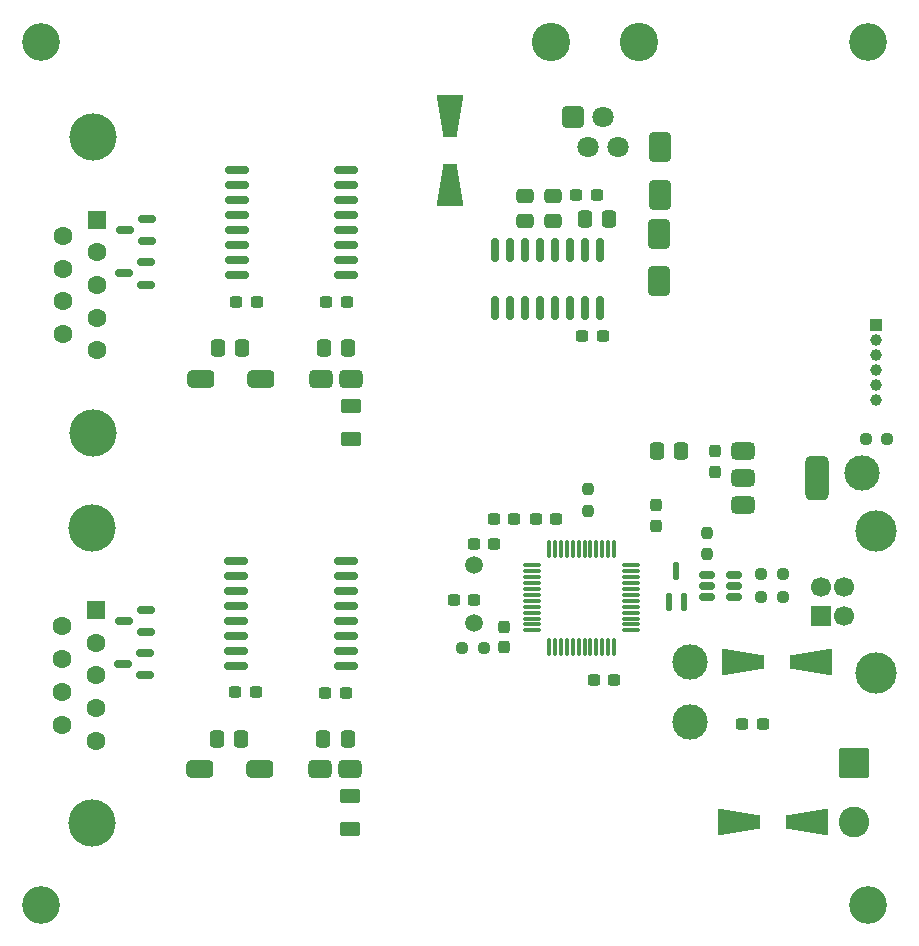
<source format=gbr>
%TF.GenerationSoftware,KiCad,Pcbnew,9.0.0*%
%TF.CreationDate,2025-04-04T18:35:25+03:00*%
%TF.ProjectId,encoder,656e636f-6465-4722-9e6b-696361645f70,rev?*%
%TF.SameCoordinates,Original*%
%TF.FileFunction,Soldermask,Top*%
%TF.FilePolarity,Negative*%
%FSLAX46Y46*%
G04 Gerber Fmt 4.6, Leading zero omitted, Abs format (unit mm)*
G04 Created by KiCad (PCBNEW 9.0.0) date 2025-04-04 18:35:25*
%MOMM*%
%LPD*%
G01*
G04 APERTURE LIST*
G04 Aperture macros list*
%AMRoundRect*
0 Rectangle with rounded corners*
0 $1 Rounding radius*
0 $2 $3 $4 $5 $6 $7 $8 $9 X,Y pos of 4 corners*
0 Add a 4 corners polygon primitive as box body*
4,1,4,$2,$3,$4,$5,$6,$7,$8,$9,$2,$3,0*
0 Add four circle primitives for the rounded corners*
1,1,$1+$1,$2,$3*
1,1,$1+$1,$4,$5*
1,1,$1+$1,$6,$7*
1,1,$1+$1,$8,$9*
0 Add four rect primitives between the rounded corners*
20,1,$1+$1,$2,$3,$4,$5,0*
20,1,$1+$1,$4,$5,$6,$7,0*
20,1,$1+$1,$6,$7,$8,$9,0*
20,1,$1+$1,$8,$9,$2,$3,0*%
%AMOutline4P*
0 Free polygon, 4 corners , with rotation*
0 The origin of the aperture is its center*
0 number of corners: always 4*
0 $1 to $8 corner X, Y*
0 $9 Rotation angle, in degrees counterclockwise*
0 create outline with 4 corners*
4,1,4,$1,$2,$3,$4,$5,$6,$7,$8,$1,$2,$9*%
G04 Aperture macros list end*
%ADD10RoundRect,0.237500X0.237500X-0.300000X0.237500X0.300000X-0.237500X0.300000X-0.237500X-0.300000X0*%
%ADD11RoundRect,0.237500X-0.300000X-0.237500X0.300000X-0.237500X0.300000X0.237500X-0.300000X0.237500X0*%
%ADD12C,3.000000*%
%ADD13RoundRect,0.250000X-0.337500X-0.475000X0.337500X-0.475000X0.337500X0.475000X-0.337500X0.475000X0*%
%ADD14RoundRect,0.150000X0.587500X0.150000X-0.587500X0.150000X-0.587500X-0.150000X0.587500X-0.150000X0*%
%ADD15C,3.200000*%
%ADD16RoundRect,0.237500X0.300000X0.237500X-0.300000X0.237500X-0.300000X-0.237500X0.300000X-0.237500X0*%
%ADD17RoundRect,0.375000X-0.625000X-0.375000X0.625000X-0.375000X0.625000X0.375000X-0.625000X0.375000X0*%
%ADD18RoundRect,0.500000X-0.500000X-1.400000X0.500000X-1.400000X0.500000X1.400000X-0.500000X1.400000X0*%
%ADD19RoundRect,0.237500X0.250000X0.237500X-0.250000X0.237500X-0.250000X-0.237500X0.250000X-0.237500X0*%
%ADD20Outline4P,-1.800000X-1.150000X1.800000X-0.550000X1.800000X0.550000X-1.800000X1.150000X90.000000*%
%ADD21Outline4P,-1.800000X-1.150000X1.800000X-0.550000X1.800000X0.550000X-1.800000X1.150000X270.000000*%
%ADD22RoundRect,0.250000X0.475000X-0.337500X0.475000X0.337500X-0.475000X0.337500X-0.475000X-0.337500X0*%
%ADD23RoundRect,0.150000X-0.512500X-0.150000X0.512500X-0.150000X0.512500X0.150000X-0.512500X0.150000X0*%
%ADD24RoundRect,0.250000X0.625000X-0.375000X0.625000X0.375000X-0.625000X0.375000X-0.625000X-0.375000X0*%
%ADD25RoundRect,0.237500X0.237500X-0.250000X0.237500X0.250000X-0.237500X0.250000X-0.237500X-0.250000X0*%
%ADD26RoundRect,0.250000X0.650000X-1.000000X0.650000X1.000000X-0.650000X1.000000X-0.650000X-1.000000X0*%
%ADD27RoundRect,0.150000X0.875000X0.150000X-0.875000X0.150000X-0.875000X-0.150000X0.875000X-0.150000X0*%
%ADD28RoundRect,0.075000X-0.662500X-0.075000X0.662500X-0.075000X0.662500X0.075000X-0.662500X0.075000X0*%
%ADD29RoundRect,0.075000X-0.075000X-0.662500X0.075000X-0.662500X0.075000X0.662500X-0.075000X0.662500X0*%
%ADD30Outline4P,-1.800000X-1.150000X1.800000X-0.550000X1.800000X0.550000X-1.800000X1.150000X0.000000*%
%ADD31Outline4P,-1.800000X-1.150000X1.800000X-0.550000X1.800000X0.550000X-1.800000X1.150000X180.000000*%
%ADD32RoundRect,0.150000X-0.150000X0.825000X-0.150000X-0.825000X0.150000X-0.825000X0.150000X0.825000X0*%
%ADD33R,1.000000X1.000000*%
%ADD34C,1.000000*%
%ADD35RoundRect,0.112500X-0.112500X-0.637500X0.112500X-0.637500X0.112500X0.637500X-0.112500X0.637500X0*%
%ADD36RoundRect,0.250000X-0.475000X0.337500X-0.475000X-0.337500X0.475000X-0.337500X0.475000X0.337500X0*%
%ADD37RoundRect,0.237500X-0.237500X0.300000X-0.237500X-0.300000X0.237500X-0.300000X0.237500X0.300000X0*%
%ADD38RoundRect,0.250000X-0.650000X1.000000X-0.650000X-1.000000X0.650000X-1.000000X0.650000X1.000000X0*%
%ADD39RoundRect,0.237500X-0.237500X0.250000X-0.237500X-0.250000X0.237500X-0.250000X0.237500X0.250000X0*%
%ADD40C,3.250000*%
%ADD41RoundRect,0.250000X-0.650000X-0.650000X0.650000X-0.650000X0.650000X0.650000X-0.650000X0.650000X0*%
%ADD42C,1.800000*%
%ADD43C,1.500000*%
%ADD44RoundRect,0.381000X0.619000X0.381000X-0.619000X0.381000X-0.619000X-0.381000X0.619000X-0.381000X0*%
%ADD45RoundRect,0.381000X0.762000X0.381000X-0.762000X0.381000X-0.762000X-0.381000X0.762000X-0.381000X0*%
%ADD46C,4.000000*%
%ADD47R,1.600000X1.600000*%
%ADD48C,1.600000*%
%ADD49RoundRect,0.250000X-1.050000X1.050000X-1.050000X-1.050000X1.050000X-1.050000X1.050000X1.050000X0*%
%ADD50C,2.600000*%
%ADD51R,1.700000X1.700000*%
%ADD52C,1.700000*%
%ADD53C,3.500000*%
G04 APERTURE END LIST*
D10*
%TO.C,C8*%
X126593600Y-94435000D03*
X126593600Y-92710000D03*
%TD*%
D11*
%TO.C,C11*%
X98596400Y-108556000D03*
X100321400Y-108556000D03*
%TD*%
D12*
%TO.C,TP2*%
X129500000Y-111000000D03*
%TD*%
D13*
%TO.C,C23*%
X89481000Y-79409200D03*
X91556000Y-79409200D03*
%TD*%
D14*
%TO.C,D9*%
X83485100Y-70359100D03*
X83485100Y-68459100D03*
X81610100Y-69409100D03*
%TD*%
D15*
%TO.C,J11*%
X74500000Y-126500000D03*
%TD*%
D16*
%TO.C,C5*%
X111200100Y-100736400D03*
X109475100Y-100736400D03*
%TD*%
D17*
%TO.C,U1*%
X133959600Y-88110000D03*
X133959600Y-90410000D03*
D18*
X140259600Y-90410000D03*
D17*
X133959600Y-92710000D03*
%TD*%
D15*
%TO.C,J5*%
X74500000Y-53500000D03*
%TD*%
D19*
%TO.C,R3*%
X146151600Y-87071200D03*
X144326600Y-87071200D03*
%TD*%
D10*
%TO.C,C2*%
X131572800Y-89849000D03*
X131572800Y-88124000D03*
%TD*%
D20*
%TO.C,D7*%
X109169600Y-65553800D03*
D21*
X109169600Y-59753800D03*
%TD*%
D22*
%TO.C,C17*%
X117847600Y-68583200D03*
X117847600Y-66508200D03*
%TD*%
D12*
%TO.C,TP1*%
X129500000Y-106000000D03*
%TD*%
D23*
%TO.C,U2*%
X130911600Y-98567200D03*
X130911600Y-99517200D03*
X130911600Y-100467200D03*
X133186600Y-100467200D03*
X133186600Y-99517200D03*
X133186600Y-98567200D03*
%TD*%
D24*
%TO.C,F1*%
X100679200Y-120138400D03*
X100679200Y-117338400D03*
%TD*%
%TO.C,F2*%
X100750800Y-87080000D03*
X100750800Y-84280000D03*
%TD*%
D11*
%TO.C,C4*%
X111152600Y-95961200D03*
X112877600Y-95961200D03*
%TD*%
D16*
%TO.C,C15*%
X121556000Y-66398800D03*
X119831000Y-66398800D03*
%TD*%
D25*
%TO.C,R6*%
X120853200Y-93163400D03*
X120853200Y-91338400D03*
%TD*%
D11*
%TO.C,C9*%
X121311500Y-107492800D03*
X123036500Y-107492800D03*
%TD*%
D26*
%TO.C,D5*%
X126848000Y-73728200D03*
X126848000Y-69728200D03*
%TD*%
D27*
%TO.C,U6*%
X100371600Y-73211600D03*
X100371600Y-71941600D03*
X100371600Y-70671600D03*
X100371600Y-69401600D03*
X100371600Y-68131600D03*
X100371600Y-66861600D03*
X100371600Y-65591600D03*
X100371600Y-64321600D03*
X91071600Y-64321600D03*
X91071600Y-65591600D03*
X91071600Y-66861600D03*
X91071600Y-68131600D03*
X91071600Y-69401600D03*
X91071600Y-70671600D03*
X91071600Y-71941600D03*
X91071600Y-73211600D03*
%TD*%
D15*
%TO.C,J7*%
X144500000Y-126500000D03*
%TD*%
D11*
%TO.C,C7*%
X112878700Y-93878400D03*
X114603700Y-93878400D03*
%TD*%
%TO.C,C1*%
X133911000Y-111201200D03*
X135636000Y-111201200D03*
%TD*%
D12*
%TO.C,TP3*%
X144000000Y-90000000D03*
%TD*%
D13*
%TO.C,C14*%
X89409400Y-112467600D03*
X91484400Y-112467600D03*
%TD*%
D28*
%TO.C,U3*%
X116128800Y-97783200D03*
X116128800Y-98283200D03*
X116128800Y-98783200D03*
X116128800Y-99283200D03*
X116128800Y-99783200D03*
X116128800Y-100283200D03*
X116128800Y-100783200D03*
X116128800Y-101283200D03*
X116128800Y-101783200D03*
X116128800Y-102283200D03*
X116128800Y-102783200D03*
X116128800Y-103283200D03*
D29*
X117541300Y-104695700D03*
X118041300Y-104695700D03*
X118541300Y-104695700D03*
X119041300Y-104695700D03*
X119541300Y-104695700D03*
X120041300Y-104695700D03*
X120541300Y-104695700D03*
X121041300Y-104695700D03*
X121541300Y-104695700D03*
X122041300Y-104695700D03*
X122541300Y-104695700D03*
X123041300Y-104695700D03*
D28*
X124453800Y-103283200D03*
X124453800Y-102783200D03*
X124453800Y-102283200D03*
X124453800Y-101783200D03*
X124453800Y-101283200D03*
X124453800Y-100783200D03*
X124453800Y-100283200D03*
X124453800Y-99783200D03*
X124453800Y-99283200D03*
X124453800Y-98783200D03*
X124453800Y-98283200D03*
X124453800Y-97783200D03*
D29*
X123041300Y-96370700D03*
X122541300Y-96370700D03*
X122041300Y-96370700D03*
X121541300Y-96370700D03*
X121041300Y-96370700D03*
X120541300Y-96370700D03*
X120041300Y-96370700D03*
X119541300Y-96370700D03*
X119041300Y-96370700D03*
X118541300Y-96370700D03*
X118041300Y-96370700D03*
X117541300Y-96370700D03*
%TD*%
D15*
%TO.C,J6*%
X144500000Y-53500000D03*
%TD*%
D30*
%TO.C,D1*%
X133950800Y-105968800D03*
D31*
X139750800Y-105968800D03*
%TD*%
D27*
%TO.C,U4*%
X100300000Y-106270000D03*
X100300000Y-105000000D03*
X100300000Y-103730000D03*
X100300000Y-102460000D03*
X100300000Y-101190000D03*
X100300000Y-99920000D03*
X100300000Y-98650000D03*
X100300000Y-97380000D03*
X91000000Y-97380000D03*
X91000000Y-98650000D03*
X91000000Y-99920000D03*
X91000000Y-101190000D03*
X91000000Y-102460000D03*
X91000000Y-103730000D03*
X91000000Y-105000000D03*
X91000000Y-106270000D03*
%TD*%
D32*
%TO.C,U5*%
X121810000Y-71050000D03*
X120540000Y-71050000D03*
X119270000Y-71050000D03*
X118000000Y-71050000D03*
X116730000Y-71050000D03*
X115460000Y-71050000D03*
X114190000Y-71050000D03*
X112920000Y-71050000D03*
X112920000Y-76000000D03*
X114190000Y-76000000D03*
X115460000Y-76000000D03*
X116730000Y-76000000D03*
X118000000Y-76000000D03*
X119270000Y-76000000D03*
X120540000Y-76000000D03*
X121810000Y-76000000D03*
%TD*%
D13*
%TO.C,C18*%
X120540000Y-68481600D03*
X122615000Y-68481600D03*
%TD*%
D33*
%TO.C,J3*%
X145246400Y-77435400D03*
D34*
X145246400Y-78705400D03*
X145246400Y-79975400D03*
X145246400Y-81245400D03*
X145246400Y-82515400D03*
X145246400Y-83785400D03*
%TD*%
D19*
%TO.C,R1*%
X137308600Y-98552000D03*
X135483600Y-98552000D03*
%TD*%
D16*
%TO.C,C10*%
X118159700Y-93878400D03*
X116434700Y-93878400D03*
%TD*%
D13*
%TO.C,C3*%
X126644400Y-88138000D03*
X128719400Y-88138000D03*
%TD*%
D30*
%TO.C,D2*%
X133595200Y-119481600D03*
D31*
X139395200Y-119481600D03*
%TD*%
D35*
%TO.C,Q1*%
X127670800Y-100898000D03*
X128970800Y-100898000D03*
X128320800Y-98238000D03*
%TD*%
D36*
%TO.C,C19*%
X115460000Y-66508200D03*
X115460000Y-68583200D03*
%TD*%
D16*
%TO.C,C21*%
X92775200Y-75446800D03*
X91050200Y-75446800D03*
%TD*%
D37*
%TO.C,C6*%
X113741200Y-102997000D03*
X113741200Y-104722000D03*
%TD*%
D14*
%TO.C,D8*%
X83434300Y-74016700D03*
X83434300Y-72116700D03*
X81559300Y-73066700D03*
%TD*%
D13*
%TO.C,C13*%
X98401000Y-112467600D03*
X100476000Y-112467600D03*
%TD*%
D14*
%TO.C,D4*%
X83413500Y-103417500D03*
X83413500Y-101517500D03*
X81538500Y-102467500D03*
%TD*%
D19*
%TO.C,R2*%
X137310500Y-100482400D03*
X135485500Y-100482400D03*
%TD*%
D13*
%TO.C,C22*%
X98472600Y-79409200D03*
X100547600Y-79409200D03*
%TD*%
D14*
%TO.C,D3*%
X83362700Y-107075100D03*
X83362700Y-105175100D03*
X81487700Y-106125100D03*
%TD*%
D38*
%TO.C,D6*%
X126898800Y-62399800D03*
X126898800Y-66399800D03*
%TD*%
D11*
%TO.C,C20*%
X98668000Y-75497600D03*
X100393000Y-75497600D03*
%TD*%
D16*
%TO.C,C16*%
X122064000Y-78336800D03*
X120339000Y-78336800D03*
%TD*%
D39*
%TO.C,R4*%
X130911600Y-94999800D03*
X130911600Y-96824800D03*
%TD*%
D16*
%TO.C,C12*%
X92703600Y-108505200D03*
X90978600Y-108505200D03*
%TD*%
D19*
%TO.C,R5*%
X112014000Y-104749600D03*
X110189000Y-104749600D03*
%TD*%
D40*
%TO.C,J9*%
X117673600Y-53459000D03*
X125173600Y-53459000D03*
D41*
X119583600Y-59809000D03*
D42*
X120853600Y-62349000D03*
X122123600Y-59809000D03*
X123393600Y-62349000D03*
%TD*%
D43*
%TO.C,Y1*%
X111157400Y-97780000D03*
X111157400Y-102660000D03*
%TD*%
D44*
%TO.C,Q3*%
X100750800Y-82000000D03*
X98210800Y-82000000D03*
D45*
X93130800Y-82000000D03*
X88050800Y-82000000D03*
%TD*%
D44*
%TO.C,Q2*%
X100679200Y-115058400D03*
X98139200Y-115058400D03*
D45*
X93059200Y-115058400D03*
X87979200Y-115058400D03*
%TD*%
D46*
%TO.C,J8*%
X78870900Y-119604300D03*
X78870900Y-94604300D03*
D47*
X79170900Y-101564300D03*
D48*
X79170900Y-104334300D03*
X79170900Y-107104300D03*
X79170900Y-109874300D03*
X79170900Y-112644300D03*
X76330900Y-102949300D03*
X76330900Y-105719300D03*
X76330900Y-108489300D03*
X76330900Y-111259300D03*
%TD*%
D49*
%TO.C,J1*%
X143357600Y-114500000D03*
D50*
X143357600Y-119500000D03*
%TD*%
D46*
%TO.C,J10*%
X78942500Y-86545900D03*
X78942500Y-61545900D03*
D47*
X79242500Y-68505900D03*
D48*
X79242500Y-71275900D03*
X79242500Y-74045900D03*
X79242500Y-76815900D03*
X79242500Y-79585900D03*
X76402500Y-69890900D03*
X76402500Y-72660900D03*
X76402500Y-75430900D03*
X76402500Y-78200900D03*
%TD*%
D51*
%TO.C,J2*%
X140544800Y-102108000D03*
D52*
X140544800Y-99608000D03*
X142544800Y-99608000D03*
X142544800Y-102108000D03*
D53*
X145254800Y-94838000D03*
X145254800Y-106878000D03*
%TD*%
M02*

</source>
